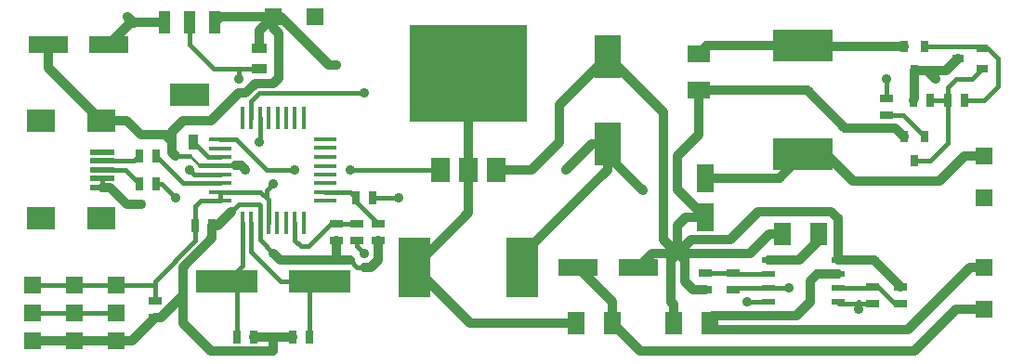
<source format=gtl>
G04 (created by PCBNEW (2013-may-18)-stable) date Sat 11 Jan 2014 03:04:39 PM CET*
%MOIN*%
G04 Gerber Fmt 3.4, Leading zero omitted, Abs format*
%FSLAX34Y34*%
G01*
G70*
G90*
G04 APERTURE LIST*
%ADD10C,0.00590551*%
%ADD11R,0.0906X0.0197*%
%ADD12R,0.0984X0.0787*%
%ADD13R,0.0177X0.0787*%
%ADD14R,0.0787X0.0177*%
%ADD15R,0.045X0.02*%
%ADD16R,0.08X0.06*%
%ADD17R,0.06X0.08*%
%ADD18R,0.035X0.055*%
%ADD19R,0.055X0.035*%
%ADD20R,0.045X0.025*%
%ADD21R,0.025X0.045*%
%ADD22R,0.114173X0.212598*%
%ADD23R,0.212598X0.114173*%
%ADD24R,0.06X0.06*%
%ADD25R,0.42X0.35*%
%ADD26R,0.07X0.09*%
%ADD27R,0.0315X0.0394*%
%ADD28R,0.0394X0.0315*%
%ADD29R,0.144X0.08*%
%ADD30R,0.04X0.08*%
%ADD31R,0.220472X0.0826772*%
%ADD32R,0.063X0.1024*%
%ADD33R,0.0945X0.1575*%
%ADD34R,0.1417X0.063*%
%ADD35C,0.035*%
%ADD36C,0.032*%
%ADD37C,0.016*%
%ADD38C,0.01*%
G04 APERTURE END LIST*
G54D10*
G54D11*
X13858Y-40370D03*
X13858Y-40685D03*
X13858Y-41000D03*
X13858Y-41315D03*
X13858Y-41630D03*
G54D12*
X13819Y-39248D03*
X11654Y-39248D03*
X13819Y-42752D03*
X11654Y-42752D03*
G54D13*
X21093Y-42896D03*
X20778Y-42896D03*
X20463Y-42896D03*
X20148Y-42896D03*
X19833Y-42896D03*
X19518Y-42896D03*
X19203Y-42896D03*
X18888Y-42896D03*
X18890Y-39130D03*
X21100Y-39130D03*
X20780Y-39130D03*
X20460Y-39130D03*
X20150Y-39130D03*
X19830Y-39130D03*
X19520Y-39130D03*
X19200Y-39130D03*
G54D14*
X18100Y-42112D03*
X18100Y-41798D03*
X18100Y-41482D03*
X18100Y-41168D03*
X18100Y-40852D03*
X18100Y-40538D03*
X18100Y-40222D03*
X18100Y-39908D03*
X21880Y-42110D03*
X21880Y-41800D03*
X21880Y-41480D03*
X21880Y-41170D03*
X21880Y-40860D03*
X21880Y-40540D03*
X21880Y-40220D03*
X21880Y-39900D03*
G54D15*
X37750Y-45750D03*
X37750Y-45250D03*
X37750Y-44750D03*
X37750Y-44250D03*
X40250Y-44250D03*
X40250Y-44750D03*
X40250Y-45250D03*
X40250Y-45750D03*
G54D16*
X35250Y-38150D03*
X35250Y-36850D03*
G54D17*
X30850Y-46500D03*
X32150Y-46500D03*
X39550Y-43300D03*
X38250Y-43300D03*
X35650Y-46500D03*
X34350Y-46500D03*
G54D18*
X17125Y-40000D03*
X16375Y-40000D03*
G54D19*
X19500Y-37375D03*
X19500Y-36625D03*
G54D20*
X36500Y-45300D03*
X36500Y-44700D03*
X35500Y-45300D03*
X35500Y-44700D03*
G54D21*
X23550Y-42000D03*
X22950Y-42000D03*
X44800Y-38500D03*
X44200Y-38500D03*
X15800Y-41500D03*
X15200Y-41500D03*
X43550Y-38500D03*
X42950Y-38500D03*
G54D20*
X23750Y-42950D03*
X23750Y-43550D03*
G54D21*
X15200Y-40500D03*
X15800Y-40500D03*
X18700Y-47000D03*
X19300Y-47000D03*
X21300Y-47000D03*
X20700Y-47000D03*
G54D20*
X15750Y-45700D03*
X15750Y-46300D03*
G54D21*
X17200Y-43000D03*
X17800Y-43000D03*
G54D20*
X22250Y-42950D03*
X22250Y-43550D03*
X42500Y-45200D03*
X42500Y-45800D03*
X41500Y-45800D03*
X41500Y-45200D03*
X23000Y-43550D03*
X23000Y-42950D03*
G54D22*
X28948Y-44500D03*
X25051Y-44500D03*
G54D23*
X39000Y-36551D03*
X39000Y-40448D03*
G54D24*
X12875Y-45125D03*
G54D25*
X27000Y-37550D03*
G54D26*
X27000Y-41000D03*
X26000Y-41000D03*
X28000Y-41000D03*
G54D24*
X11375Y-46125D03*
X45500Y-44500D03*
X21500Y-35500D03*
X14375Y-47125D03*
X20000Y-35500D03*
X12875Y-46125D03*
X11375Y-45125D03*
X12875Y-47125D03*
X14375Y-45125D03*
X11375Y-47125D03*
X14375Y-46125D03*
X45500Y-46000D03*
X45500Y-40500D03*
X45500Y-42000D03*
G54D27*
X43000Y-37433D03*
X42625Y-36567D03*
X43375Y-36567D03*
G54D28*
X44567Y-37000D03*
X45433Y-36625D03*
X45433Y-37375D03*
G54D27*
X43000Y-40683D03*
X42625Y-39817D03*
X43375Y-39817D03*
G54D29*
X17000Y-38300D03*
G54D30*
X17000Y-35700D03*
X16100Y-35700D03*
X17900Y-35700D03*
G54D31*
X18326Y-45000D03*
X21673Y-45000D03*
G54D32*
X35500Y-41291D03*
X35500Y-42709D03*
G54D33*
X32000Y-40075D03*
X32000Y-36925D03*
G54D34*
X30917Y-44500D03*
X33083Y-44500D03*
X14083Y-36500D03*
X11917Y-36500D03*
G54D20*
X42000Y-38450D03*
X42000Y-39050D03*
G54D35*
X30500Y-41000D03*
X33250Y-41750D03*
X43750Y-37750D03*
X14750Y-35500D03*
X37000Y-45750D03*
X20000Y-41500D03*
X18750Y-37750D03*
X23250Y-38250D03*
X42000Y-37750D03*
X20750Y-41000D03*
X22750Y-41000D03*
X39100Y-44000D03*
X19500Y-40000D03*
X15250Y-39750D03*
X15250Y-42250D03*
X22250Y-37250D03*
X34500Y-44000D03*
X18250Y-42750D03*
X19000Y-41000D03*
X24500Y-42000D03*
X38500Y-45250D03*
X23250Y-44000D03*
X41000Y-46000D03*
X16500Y-42000D03*
X17000Y-41000D03*
G54D36*
X31425Y-40075D02*
X32000Y-40075D01*
X30500Y-41000D02*
X31425Y-40075D01*
X43433Y-37433D02*
X43000Y-37433D01*
X32000Y-40075D02*
X32000Y-40500D01*
X33250Y-41750D02*
X32000Y-40500D01*
X43433Y-37433D02*
X43750Y-37750D01*
X28948Y-44500D02*
X28948Y-44051D01*
X28948Y-44051D02*
X32000Y-41000D01*
X32000Y-41000D02*
X32000Y-40075D01*
X15000Y-35750D02*
X15000Y-35700D01*
X14950Y-35700D02*
X15000Y-35750D01*
X14750Y-35500D02*
X14950Y-35700D01*
X16100Y-35700D02*
X15000Y-35700D01*
X15000Y-35700D02*
X14883Y-35700D01*
X14883Y-35700D02*
X14083Y-36500D01*
X43000Y-37433D02*
X43000Y-38450D01*
X43000Y-38450D02*
X42950Y-38500D01*
X43000Y-37433D02*
X44134Y-37433D01*
X44134Y-37433D02*
X44567Y-37000D01*
G54D37*
X37750Y-45750D02*
X37000Y-45750D01*
X18750Y-37375D02*
X18750Y-37750D01*
X19750Y-41750D02*
X19750Y-42000D01*
X20000Y-41500D02*
X19750Y-41750D01*
X18100Y-41798D02*
X19548Y-41798D01*
X19548Y-41798D02*
X19750Y-42000D01*
X19833Y-42083D02*
X19833Y-42896D01*
X19750Y-42000D02*
X19833Y-42083D01*
X14375Y-45125D02*
X15750Y-45125D01*
X15750Y-45125D02*
X15750Y-45000D01*
X17200Y-43000D02*
X17200Y-43550D01*
X17200Y-43550D02*
X15750Y-45000D01*
X15750Y-45000D02*
X15750Y-45700D01*
X17200Y-43000D02*
X17200Y-42300D01*
X17388Y-42112D02*
X18100Y-42112D01*
X17200Y-42300D02*
X17388Y-42112D01*
X18100Y-41798D02*
X18100Y-42112D01*
X17000Y-35700D02*
X17000Y-36500D01*
X17875Y-37375D02*
X18750Y-37375D01*
X18750Y-37375D02*
X19500Y-37375D01*
X17000Y-36500D02*
X17875Y-37375D01*
X14375Y-45125D02*
X12875Y-45125D01*
X12875Y-45125D02*
X11375Y-45125D01*
X22950Y-42000D02*
X22950Y-42150D01*
X22950Y-42150D02*
X23750Y-42950D01*
X21880Y-41800D02*
X22750Y-41800D01*
X22750Y-41800D02*
X22950Y-42000D01*
X20778Y-42896D02*
X20778Y-43528D01*
X22050Y-42950D02*
X22250Y-42950D01*
X21250Y-43750D02*
X22050Y-42950D01*
X21000Y-43750D02*
X21250Y-43750D01*
X20778Y-43528D02*
X21000Y-43750D01*
X22250Y-42950D02*
X23000Y-42950D01*
X42000Y-38450D02*
X42000Y-37750D01*
X19500Y-38250D02*
X23250Y-38250D01*
X19200Y-38550D02*
X19500Y-38250D01*
X19200Y-38550D02*
X19200Y-39130D01*
X18100Y-39908D02*
X18658Y-39908D01*
X19750Y-41000D02*
X20750Y-41000D01*
X18658Y-39908D02*
X19750Y-41000D01*
X26000Y-41000D02*
X22750Y-41000D01*
G54D36*
X39100Y-44000D02*
X39550Y-43550D01*
X39550Y-43550D02*
X39550Y-43300D01*
X39550Y-43300D02*
X39550Y-43550D01*
X38850Y-44250D02*
X37750Y-44250D01*
X39550Y-43550D02*
X38850Y-44250D01*
X39000Y-40448D02*
X39848Y-40448D01*
X44800Y-40500D02*
X45500Y-40500D01*
X43900Y-41400D02*
X44800Y-40500D01*
X40800Y-41400D02*
X43900Y-41400D01*
X39848Y-40448D02*
X40800Y-41400D01*
X35500Y-41291D02*
X38157Y-41291D01*
X38157Y-41291D02*
X39000Y-40448D01*
X35650Y-46500D02*
X35650Y-46650D01*
X45000Y-44500D02*
X45500Y-44500D01*
X42750Y-46750D02*
X45000Y-44500D01*
X35750Y-46750D02*
X42750Y-46750D01*
X35650Y-46650D02*
X35750Y-46750D01*
X35650Y-46500D02*
X35650Y-46350D01*
X35650Y-46350D02*
X35750Y-46250D01*
X35750Y-46250D02*
X38750Y-46250D01*
X38750Y-46250D02*
X39250Y-45750D01*
X39250Y-45750D02*
X39250Y-45000D01*
X39250Y-45000D02*
X39500Y-44750D01*
X39500Y-44750D02*
X40250Y-44750D01*
X33150Y-47500D02*
X32150Y-46500D01*
X43000Y-47500D02*
X33150Y-47500D01*
X44500Y-46000D02*
X43000Y-47500D01*
X45500Y-46000D02*
X44500Y-46000D01*
X32150Y-46500D02*
X32150Y-45733D01*
X32150Y-45733D02*
X30917Y-44500D01*
G54D37*
X19520Y-39980D02*
X19500Y-40000D01*
X19520Y-39980D02*
X19520Y-39130D01*
X12875Y-46125D02*
X11375Y-46125D01*
X14375Y-46125D02*
X12875Y-46125D01*
X18700Y-47000D02*
X18700Y-45373D01*
X18700Y-45373D02*
X18326Y-45000D01*
X18888Y-42896D02*
X18888Y-44438D01*
X18888Y-44438D02*
X18326Y-45000D01*
X21300Y-47000D02*
X21300Y-45373D01*
X21300Y-45373D02*
X21673Y-45000D01*
X21673Y-45000D02*
X20250Y-45000D01*
X19203Y-43953D02*
X19203Y-42896D01*
X20250Y-45000D02*
X19203Y-43953D01*
G54D36*
X20000Y-35500D02*
X20000Y-35900D01*
X20000Y-35900D02*
X20200Y-36100D01*
X20200Y-36100D02*
X20200Y-37700D01*
X20200Y-37700D02*
X20000Y-37900D01*
X20000Y-37900D02*
X19350Y-37900D01*
X19350Y-37900D02*
X19250Y-38000D01*
X19250Y-38000D02*
X19000Y-38250D01*
X19000Y-38250D02*
X18750Y-38250D01*
X18750Y-38250D02*
X17750Y-39250D01*
X17750Y-39250D02*
X16750Y-39250D01*
X16750Y-39250D02*
X16375Y-39625D01*
X16375Y-39625D02*
X16375Y-40000D01*
X40250Y-44250D02*
X40250Y-42750D01*
X35000Y-43500D02*
X34500Y-44000D01*
X36400Y-43500D02*
X35000Y-43500D01*
X37400Y-42500D02*
X36400Y-43500D01*
X40000Y-42500D02*
X37400Y-42500D01*
X40250Y-42750D02*
X40000Y-42500D01*
X34500Y-44000D02*
X37100Y-44000D01*
X37100Y-44000D02*
X37800Y-43300D01*
X37800Y-43300D02*
X38250Y-43300D01*
X13858Y-41630D02*
X14130Y-41630D01*
X14750Y-42250D02*
X15250Y-42250D01*
X14130Y-41630D02*
X14750Y-42250D01*
X34500Y-44000D02*
X34500Y-43000D01*
X34500Y-43000D02*
X34791Y-42709D01*
X34791Y-42709D02*
X35500Y-42709D01*
X34350Y-46500D02*
X34350Y-45850D01*
X34350Y-45850D02*
X34250Y-45750D01*
X34250Y-45750D02*
X34250Y-44250D01*
X34250Y-44250D02*
X34500Y-44000D01*
X22250Y-43550D02*
X22250Y-44250D01*
X20000Y-44000D02*
X20250Y-44250D01*
X23500Y-44500D02*
X23750Y-44250D01*
X23250Y-44500D02*
X23500Y-44500D01*
X23750Y-43550D02*
X23750Y-44250D01*
G54D37*
X19518Y-43518D02*
X20000Y-44000D01*
X19518Y-43518D02*
X19518Y-42896D01*
X23000Y-44500D02*
X23250Y-44500D01*
X22750Y-44250D02*
X23000Y-44500D01*
G54D36*
X20250Y-44250D02*
X22250Y-44250D01*
X22250Y-44250D02*
X22750Y-44250D01*
X20250Y-35500D02*
X22000Y-37250D01*
X20000Y-35500D02*
X20250Y-35500D01*
X22000Y-37250D02*
X22250Y-37250D01*
X20000Y-35500D02*
X18100Y-35500D01*
X18100Y-35500D02*
X17900Y-35700D01*
G54D37*
X18100Y-40852D02*
X17352Y-40852D01*
G54D38*
X17352Y-40852D02*
X17000Y-40500D01*
G54D37*
X17000Y-40500D02*
X16875Y-40500D01*
X16875Y-40500D02*
X16500Y-40500D01*
G54D36*
X16500Y-40500D02*
X16375Y-40375D01*
X16375Y-40375D02*
X16375Y-40000D01*
X15250Y-39750D02*
X16125Y-39750D01*
X16125Y-39750D02*
X16375Y-40000D01*
X18648Y-40852D02*
X18852Y-40852D01*
X18250Y-42750D02*
X18500Y-42500D01*
X18852Y-40852D02*
X19000Y-41000D01*
X40250Y-44250D02*
X41550Y-44250D01*
X41550Y-44250D02*
X42500Y-45200D01*
X35250Y-38150D02*
X39150Y-38150D01*
X42308Y-39500D02*
X42625Y-39817D01*
X40500Y-39500D02*
X42308Y-39500D01*
X39150Y-38150D02*
X40500Y-39500D01*
X20000Y-47000D02*
X20000Y-47500D01*
X16750Y-46500D02*
X16750Y-45500D01*
X17750Y-47500D02*
X16750Y-46500D01*
X20000Y-47500D02*
X17750Y-47500D01*
X14748Y-39248D02*
X13819Y-39248D01*
X15250Y-39750D02*
X14748Y-39248D01*
G54D37*
X13858Y-41630D02*
X13858Y-41315D01*
X18100Y-40852D02*
X18648Y-40852D01*
G54D36*
X15750Y-46300D02*
X15950Y-46300D01*
X15950Y-46300D02*
X16750Y-45500D01*
X17800Y-43450D02*
X17800Y-43000D01*
X16750Y-44500D02*
X17800Y-43450D01*
X16750Y-45500D02*
X16750Y-44500D01*
G54D37*
X19518Y-42896D02*
X19518Y-42268D01*
X18750Y-42250D02*
X18500Y-42500D01*
X19500Y-42250D02*
X18750Y-42250D01*
X19518Y-42268D02*
X19500Y-42250D01*
G54D36*
X18500Y-42500D02*
X18000Y-43000D01*
X18000Y-43000D02*
X17800Y-43000D01*
X19500Y-36625D02*
X19500Y-36000D01*
X19500Y-36000D02*
X20000Y-35500D01*
X19300Y-47000D02*
X20000Y-47000D01*
X20000Y-47000D02*
X20700Y-47000D01*
X11917Y-36500D02*
X11917Y-37346D01*
X11917Y-37346D02*
X13819Y-39248D01*
X14375Y-47125D02*
X14925Y-47125D01*
X14925Y-47125D02*
X15750Y-46300D01*
X12875Y-47125D02*
X11375Y-47125D01*
X14375Y-47125D02*
X12875Y-47125D01*
X34500Y-44000D02*
X34000Y-43500D01*
X34000Y-38925D02*
X32000Y-36925D01*
X34000Y-43500D02*
X34000Y-38925D01*
X28000Y-41000D02*
X29250Y-41000D01*
X30250Y-38675D02*
X32000Y-36925D01*
X30250Y-40000D02*
X30250Y-38675D01*
X29250Y-41000D02*
X30250Y-40000D01*
X35250Y-38150D02*
X35250Y-39750D01*
X35250Y-39750D02*
X34500Y-40500D01*
X34500Y-40500D02*
X34500Y-41709D01*
X34500Y-41709D02*
X35500Y-42709D01*
X34500Y-44000D02*
X34750Y-44250D01*
X35050Y-45300D02*
X35500Y-45300D01*
X34750Y-45000D02*
X35050Y-45300D01*
X34750Y-44250D02*
X34750Y-45000D01*
X34500Y-44000D02*
X33583Y-44000D01*
X33583Y-44000D02*
X33083Y-44500D01*
G54D37*
X37750Y-45250D02*
X38500Y-45250D01*
X24500Y-42000D02*
X23550Y-42000D01*
X37750Y-45250D02*
X36550Y-45250D01*
X36550Y-45250D02*
X36500Y-45300D01*
X23000Y-43750D02*
X23250Y-44000D01*
X41000Y-46000D02*
X41000Y-45750D01*
X41000Y-45800D02*
X41000Y-45750D01*
X23000Y-43750D02*
X23000Y-43550D01*
X41500Y-45800D02*
X41000Y-45800D01*
X41000Y-45800D02*
X40300Y-45800D01*
X40300Y-45800D02*
X40250Y-45750D01*
X41500Y-45200D02*
X41700Y-45200D01*
X42300Y-45800D02*
X42500Y-45800D01*
X41700Y-45200D02*
X42300Y-45800D01*
X40250Y-45250D02*
X41450Y-45250D01*
X41450Y-45250D02*
X41500Y-45200D01*
X42000Y-39050D02*
X42608Y-39050D01*
X42608Y-39050D02*
X43375Y-39817D01*
X18100Y-41168D02*
X17168Y-41168D01*
X16000Y-41500D02*
X15800Y-41500D01*
X16500Y-42000D02*
X16000Y-41500D01*
X17168Y-41168D02*
X17000Y-41000D01*
X18100Y-41482D02*
X16782Y-41482D01*
X16782Y-41482D02*
X15800Y-40500D01*
X13858Y-41000D02*
X14700Y-41000D01*
X14700Y-41000D02*
X15200Y-41500D01*
X13858Y-40685D02*
X15015Y-40685D01*
X15015Y-40685D02*
X15200Y-40500D01*
X43550Y-38500D02*
X44200Y-38500D01*
X43000Y-40683D02*
X43567Y-40683D01*
X44200Y-40050D02*
X44200Y-38500D01*
X43567Y-40683D02*
X44200Y-40050D01*
X44200Y-38500D02*
X44200Y-38050D01*
X45058Y-37750D02*
X45433Y-37375D01*
X44500Y-37750D02*
X45058Y-37750D01*
X44200Y-38050D02*
X44500Y-37750D01*
X45433Y-36625D02*
X45625Y-36625D01*
X45500Y-38500D02*
X46000Y-38000D01*
X46000Y-38000D02*
X46000Y-37000D01*
X45500Y-38500D02*
X44800Y-38500D01*
X45625Y-36625D02*
X46000Y-37000D01*
X43375Y-36567D02*
X45375Y-36567D01*
X45375Y-36567D02*
X45433Y-36625D01*
G54D36*
X39000Y-36551D02*
X35548Y-36551D01*
X35548Y-36551D02*
X35250Y-36850D01*
X42625Y-36567D02*
X39015Y-36567D01*
X39015Y-36567D02*
X39000Y-36551D01*
G54D37*
X37750Y-44750D02*
X36550Y-44750D01*
X36550Y-44750D02*
X36500Y-44700D01*
X35500Y-44700D02*
X36500Y-44700D01*
G54D36*
X27000Y-41000D02*
X27000Y-37550D01*
X30850Y-46500D02*
X27051Y-46500D01*
X27051Y-46500D02*
X25051Y-44500D01*
X27000Y-41000D02*
X27000Y-42551D01*
X27000Y-42551D02*
X25051Y-44500D01*
G54D37*
X18100Y-40538D02*
X17663Y-40538D01*
X17663Y-40538D02*
X17125Y-40000D01*
M02*

</source>
